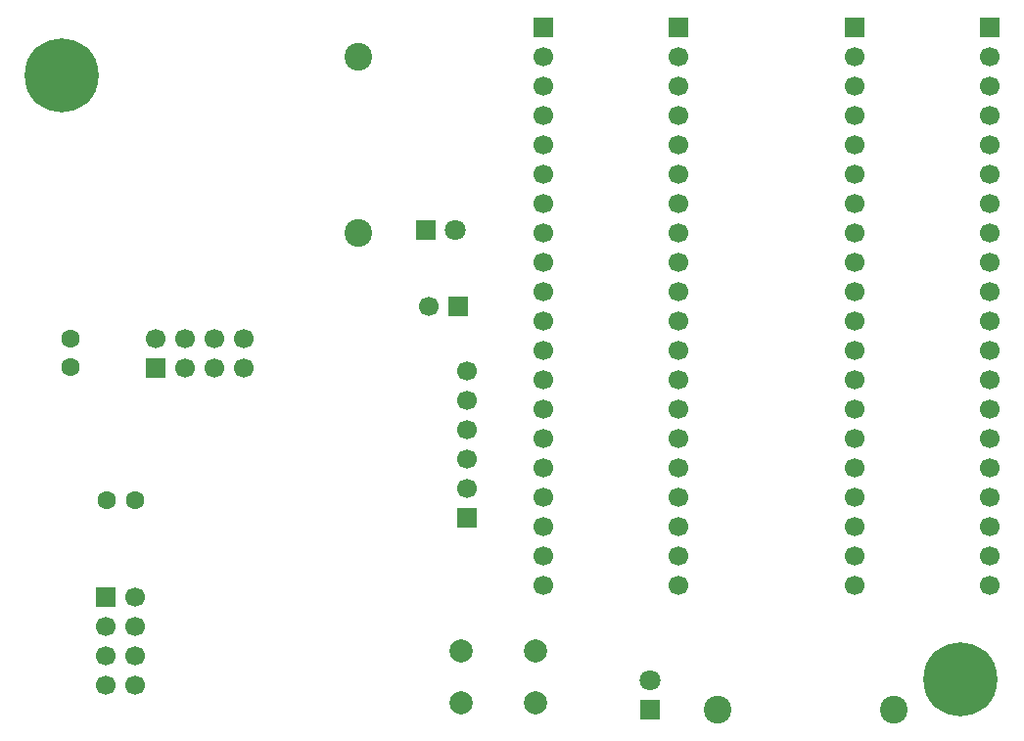
<source format=gts>
%TF.GenerationSoftware,KiCad,Pcbnew,9.0.7*%
%TF.CreationDate,2026-01-24T19:15:04+01:00*%
%TF.ProjectId,carte_support_reveil,63617274-655f-4737-9570-706f72745f72,rev?*%
%TF.SameCoordinates,Original*%
%TF.FileFunction,Soldermask,Top*%
%TF.FilePolarity,Negative*%
%FSLAX46Y46*%
G04 Gerber Fmt 4.6, Leading zero omitted, Abs format (unit mm)*
G04 Created by KiCad (PCBNEW 9.0.7) date 2026-01-24 19:15:04*
%MOMM*%
%LPD*%
G01*
G04 APERTURE LIST*
%ADD10C,1.600000*%
%ADD11R,1.700000X1.700000*%
%ADD12C,1.700000*%
%ADD13C,0.800000*%
%ADD14C,6.400000*%
%ADD15C,2.400000*%
%ADD16C,2.000000*%
%ADD17R,1.800000X1.800000*%
%ADD18C,1.800000*%
G04 APERTURE END LIST*
D10*
%TO.C,C_NRF24*%
X100000000Y-100000000D03*
X100000000Y-102500000D03*
%TD*%
D11*
%TO.C,NRF24*%
X107366000Y-102520000D03*
D12*
X107366000Y-99980000D03*
X109906000Y-102520000D03*
X109906000Y-99980000D03*
X112446000Y-102520000D03*
X112446000Y-99980000D03*
X114986000Y-102520000D03*
X114986000Y-99980000D03*
%TD*%
D10*
%TO.C,C_ESP01*%
X105568000Y-113950000D03*
X103068000Y-113950000D03*
%TD*%
D11*
%TO.C,test_pin1*%
X140894000Y-73056000D03*
D12*
X140894000Y-75596000D03*
X140894000Y-78136000D03*
X140894000Y-80676000D03*
X140894000Y-83216000D03*
X140894000Y-85756000D03*
X140894000Y-88296000D03*
X140894000Y-90836000D03*
X140894000Y-93376000D03*
X140894000Y-95916000D03*
X140894000Y-98456000D03*
X140894000Y-100996000D03*
X140894000Y-103536000D03*
X140894000Y-106076000D03*
X140894000Y-108616000D03*
X140894000Y-111156000D03*
X140894000Y-113696000D03*
X140894000Y-116236000D03*
X140894000Y-118776000D03*
X140894000Y-121316000D03*
%TD*%
D13*
%TO.C,H2*%
X174562000Y-129444000D03*
X175264944Y-127746944D03*
X175264944Y-131141056D03*
X176962000Y-127044000D03*
D14*
X176962000Y-129444000D03*
D13*
X176962000Y-131844000D03*
X178659056Y-127746944D03*
X178659056Y-131141056D03*
X179362000Y-129444000D03*
%TD*%
D15*
%TO.C,R2*%
X155956000Y-132080000D03*
X171196000Y-132080000D03*
%TD*%
D11*
%TO.C,INT1*%
X133528000Y-97186000D03*
D12*
X130988000Y-97186000D03*
%TD*%
D13*
%TO.C,H1*%
X96774000Y-77216000D03*
X97476944Y-75518944D03*
X97476944Y-78913056D03*
X99174000Y-74816000D03*
D14*
X99174000Y-77216000D03*
D13*
X99174000Y-79616000D03*
X100871056Y-75518944D03*
X100871056Y-78913056D03*
X101574000Y-77216000D03*
%TD*%
D15*
%TO.C,R1*%
X124892000Y-90836000D03*
X124892000Y-75596000D03*
%TD*%
D11*
%TO.C,test_pin2*%
X179502000Y-73056000D03*
D12*
X179502000Y-75596000D03*
X179502000Y-78136000D03*
X179502000Y-80676000D03*
X179502000Y-83216000D03*
X179502000Y-85756000D03*
X179502000Y-88296000D03*
X179502000Y-90836000D03*
X179502000Y-93376000D03*
X179502000Y-95916000D03*
X179502000Y-98456000D03*
X179502000Y-100996000D03*
X179502000Y-103536000D03*
X179502000Y-106076000D03*
X179502000Y-108616000D03*
X179502000Y-111156000D03*
X179502000Y-113696000D03*
X179502000Y-116236000D03*
X179502000Y-118776000D03*
X179502000Y-121316000D03*
%TD*%
D16*
%TO.C,SW1*%
X133708000Y-127000000D03*
X140208000Y-127000000D03*
X133708000Y-131500000D03*
X140208000Y-131500000D03*
%TD*%
D11*
%TO.C,blue_pill_pin2*%
X167818000Y-73056000D03*
D12*
X167818000Y-75596000D03*
X167818000Y-78136000D03*
X167818000Y-80676000D03*
X167818000Y-83216000D03*
X167818000Y-85756000D03*
X167818000Y-88296000D03*
X167818000Y-90836000D03*
X167818000Y-93376000D03*
X167818000Y-95916000D03*
X167818000Y-98456000D03*
X167818000Y-100996000D03*
X167818000Y-103536000D03*
X167818000Y-106076000D03*
X167818000Y-108616000D03*
X167818000Y-111156000D03*
X167818000Y-113696000D03*
X167818000Y-116236000D03*
X167818000Y-118776000D03*
X167818000Y-121316000D03*
%TD*%
D17*
%TO.C,D1*%
X130734000Y-90582000D03*
D18*
X133274000Y-90582000D03*
%TD*%
D11*
%TO.C,blue_pill_pin1*%
X152552600Y-73056000D03*
D12*
X152552600Y-75596000D03*
X152552600Y-78136000D03*
X152552600Y-80676000D03*
X152552600Y-83216000D03*
X152552600Y-85756000D03*
X152552600Y-88296000D03*
X152552600Y-90836000D03*
X152552600Y-93376000D03*
X152552600Y-95916000D03*
X152552600Y-98456000D03*
X152552600Y-100996000D03*
X152552600Y-103536000D03*
X152552600Y-106076000D03*
X152552600Y-108616000D03*
X152552600Y-111156000D03*
X152552600Y-113696000D03*
X152552600Y-116236000D03*
X152552600Y-118776000D03*
X152552600Y-121316000D03*
%TD*%
D11*
%TO.C,BME280*%
X134290000Y-115474000D03*
D12*
X134290000Y-112934000D03*
X134290000Y-110394000D03*
X134290000Y-107854000D03*
X134290000Y-105314000D03*
X134290000Y-102774000D03*
%TD*%
D17*
%TO.C,D2*%
X150114000Y-132080000D03*
D18*
X150114000Y-129540000D03*
%TD*%
D11*
%TO.C,ESP01*%
X103028000Y-122332000D03*
D12*
X105568000Y-122332000D03*
X103028000Y-124872000D03*
X105568000Y-124872000D03*
X103028000Y-127412000D03*
X105568000Y-127412000D03*
X103028000Y-129952000D03*
X105568000Y-129952000D03*
%TD*%
M02*

</source>
